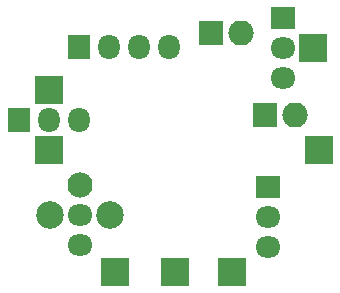
<source format=gbs>
G04 #@! TF.FileFunction,Soldermask,Bot*
%FSLAX46Y46*%
G04 Gerber Fmt 4.6, Leading zero omitted, Abs format (unit mm)*
G04 Created by KiCad (PCBNEW 4.0.4+e1-6308~48~ubuntu16.04.1-stable) date Thu Nov  3 23:11:18 2016*
%MOMM*%
%LPD*%
G01*
G04 APERTURE LIST*
%ADD10C,0.100000*%
%ADD11R,2.132000X2.132000*%
%ADD12O,2.132000X2.132000*%
%ADD13R,2.335200X2.335200*%
%ADD14R,2.132000X1.827200*%
%ADD15O,2.132000X1.827200*%
%ADD16C,2.335200*%
%ADD17C,2.132000*%
%ADD18R,1.827200X2.132000*%
%ADD19O,1.827200X2.132000*%
G04 APERTURE END LIST*
D10*
D11*
X150622000Y-94894400D03*
D12*
X153162000Y-94894400D03*
D13*
X159258000Y-96189800D03*
D14*
X156718000Y-93649800D03*
D15*
X156718000Y-96189800D03*
X156718000Y-98729800D03*
D13*
X159766000Y-104838500D03*
X152463500Y-115189000D03*
X147574000Y-115189000D03*
X142494000Y-115189000D03*
D16*
X142087600Y-110324900D03*
D17*
X139547600Y-107784900D03*
D15*
X139547600Y-110324900D03*
X139547600Y-112864900D03*
D16*
X137007600Y-110324900D03*
D18*
X139446000Y-96139000D03*
D19*
X141986000Y-96139000D03*
X144526000Y-96139000D03*
X147066000Y-96139000D03*
D13*
X136931400Y-99758500D03*
D18*
X134391400Y-102298500D03*
D19*
X136931400Y-102298500D03*
X139471400Y-102298500D03*
D13*
X136931400Y-104838500D03*
D14*
X155498800Y-107937300D03*
D15*
X155498800Y-110477300D03*
X155498800Y-113017300D03*
D11*
X155244800Y-101904800D03*
D12*
X157784800Y-101904800D03*
M02*

</source>
